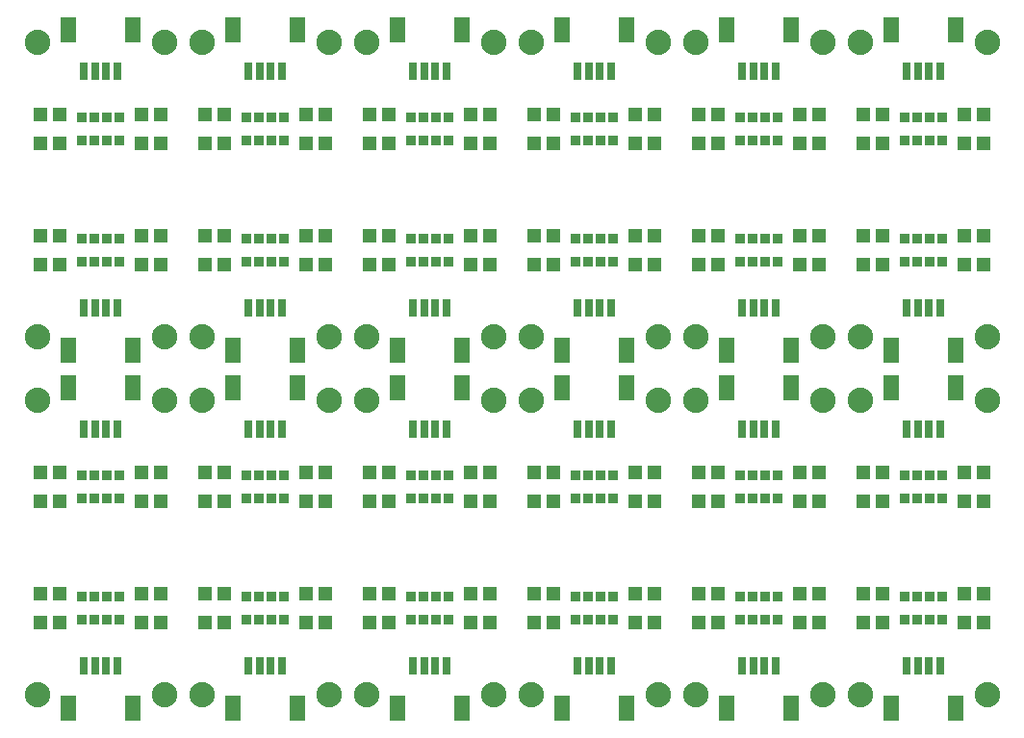
<source format=gts>
G75*
%MOIN*%
%OFA0B0*%
%FSLAX25Y25*%
%IPPOS*%
%LPD*%
%AMOC8*
5,1,8,0,0,1.08239X$1,22.5*
%
%ADD10R,0.05131X0.04737*%
%ADD11R,0.03654X0.03556*%
%ADD12C,0.08800*%
%ADD13R,0.05524X0.08674*%
%ADD14R,0.03162X0.06115*%
D10*
X0038154Y0095167D03*
X0044846Y0095167D03*
X0044846Y0105167D03*
X0038154Y0105167D03*
X0038154Y0137167D03*
X0044846Y0137167D03*
X0044846Y0147167D03*
X0038154Y0147167D03*
X0073154Y0147167D03*
X0079846Y0147167D03*
X0079846Y0137167D03*
X0073154Y0137167D03*
X0095154Y0137167D03*
X0101846Y0137167D03*
X0101846Y0147167D03*
X0095154Y0147167D03*
X0130154Y0147167D03*
X0136846Y0147167D03*
X0136846Y0137167D03*
X0130154Y0137167D03*
X0152154Y0137167D03*
X0158846Y0137167D03*
X0158846Y0147167D03*
X0152154Y0147167D03*
X0187154Y0147167D03*
X0193846Y0147167D03*
X0193846Y0137167D03*
X0187154Y0137167D03*
X0209154Y0137167D03*
X0215846Y0137167D03*
X0215846Y0147167D03*
X0209154Y0147167D03*
X0244154Y0147167D03*
X0250846Y0147167D03*
X0250846Y0137167D03*
X0244154Y0137167D03*
X0266154Y0137167D03*
X0272846Y0137167D03*
X0272846Y0147167D03*
X0266154Y0147167D03*
X0301154Y0147167D03*
X0307846Y0147167D03*
X0307846Y0137167D03*
X0301154Y0137167D03*
X0323154Y0137167D03*
X0329846Y0137167D03*
X0329846Y0147167D03*
X0323154Y0147167D03*
X0358154Y0147167D03*
X0364846Y0147167D03*
X0364846Y0137167D03*
X0358154Y0137167D03*
X0358154Y0105167D03*
X0364846Y0105167D03*
X0364846Y0095167D03*
X0358154Y0095167D03*
X0329846Y0095167D03*
X0323154Y0095167D03*
X0323154Y0105167D03*
X0329846Y0105167D03*
X0307846Y0105167D03*
X0301154Y0105167D03*
X0301154Y0095167D03*
X0307846Y0095167D03*
X0272846Y0095167D03*
X0266154Y0095167D03*
X0266154Y0105167D03*
X0272846Y0105167D03*
X0250846Y0105167D03*
X0244154Y0105167D03*
X0244154Y0095167D03*
X0250846Y0095167D03*
X0215846Y0095167D03*
X0209154Y0095167D03*
X0209154Y0105167D03*
X0215846Y0105167D03*
X0193846Y0105167D03*
X0187154Y0105167D03*
X0187154Y0095167D03*
X0193846Y0095167D03*
X0158846Y0095167D03*
X0152154Y0095167D03*
X0152154Y0105167D03*
X0158846Y0105167D03*
X0136846Y0105167D03*
X0130154Y0105167D03*
X0130154Y0095167D03*
X0136846Y0095167D03*
X0101846Y0095167D03*
X0095154Y0095167D03*
X0095154Y0105167D03*
X0101846Y0105167D03*
X0079846Y0105167D03*
X0073154Y0105167D03*
X0073154Y0095167D03*
X0079846Y0095167D03*
X0079846Y0219167D03*
X0073154Y0219167D03*
X0073154Y0229167D03*
X0079846Y0229167D03*
X0095154Y0229167D03*
X0101846Y0229167D03*
X0101846Y0219167D03*
X0095154Y0219167D03*
X0130154Y0219167D03*
X0136846Y0219167D03*
X0136846Y0229167D03*
X0130154Y0229167D03*
X0152154Y0229167D03*
X0158846Y0229167D03*
X0158846Y0219167D03*
X0152154Y0219167D03*
X0187154Y0219167D03*
X0193846Y0219167D03*
X0193846Y0229167D03*
X0187154Y0229167D03*
X0209154Y0229167D03*
X0215846Y0229167D03*
X0215846Y0219167D03*
X0209154Y0219167D03*
X0244154Y0219167D03*
X0250846Y0219167D03*
X0250846Y0229167D03*
X0244154Y0229167D03*
X0266154Y0229167D03*
X0272846Y0229167D03*
X0272846Y0219167D03*
X0266154Y0219167D03*
X0301154Y0219167D03*
X0307846Y0219167D03*
X0307846Y0229167D03*
X0301154Y0229167D03*
X0323154Y0229167D03*
X0329846Y0229167D03*
X0329846Y0219167D03*
X0323154Y0219167D03*
X0358154Y0219167D03*
X0364846Y0219167D03*
X0364846Y0229167D03*
X0358154Y0229167D03*
X0358154Y0261167D03*
X0364846Y0261167D03*
X0364846Y0271167D03*
X0358154Y0271167D03*
X0329846Y0271167D03*
X0323154Y0271167D03*
X0323154Y0261167D03*
X0329846Y0261167D03*
X0307846Y0261167D03*
X0301154Y0261167D03*
X0301154Y0271167D03*
X0307846Y0271167D03*
X0272846Y0271167D03*
X0266154Y0271167D03*
X0266154Y0261167D03*
X0272846Y0261167D03*
X0250846Y0261167D03*
X0244154Y0261167D03*
X0244154Y0271167D03*
X0250846Y0271167D03*
X0215846Y0271167D03*
X0209154Y0271167D03*
X0209154Y0261167D03*
X0215846Y0261167D03*
X0193846Y0261167D03*
X0187154Y0261167D03*
X0187154Y0271167D03*
X0193846Y0271167D03*
X0158846Y0271167D03*
X0152154Y0271167D03*
X0152154Y0261167D03*
X0158846Y0261167D03*
X0136846Y0261167D03*
X0130154Y0261167D03*
X0130154Y0271167D03*
X0136846Y0271167D03*
X0101846Y0271167D03*
X0095154Y0271167D03*
X0095154Y0261167D03*
X0101846Y0261167D03*
X0079846Y0261167D03*
X0073154Y0261167D03*
X0073154Y0271167D03*
X0079846Y0271167D03*
X0044846Y0271167D03*
X0038154Y0271167D03*
X0038154Y0261167D03*
X0044846Y0261167D03*
X0044846Y0229167D03*
X0038154Y0229167D03*
X0038154Y0219167D03*
X0044846Y0219167D03*
D11*
X0052652Y0220230D03*
X0056884Y0220230D03*
X0061116Y0220230D03*
X0065348Y0220230D03*
X0065348Y0228104D03*
X0061116Y0228104D03*
X0056884Y0228104D03*
X0052652Y0228104D03*
X0052652Y0262230D03*
X0056884Y0262230D03*
X0061116Y0262230D03*
X0065348Y0262230D03*
X0065348Y0270104D03*
X0061116Y0270104D03*
X0056884Y0270104D03*
X0052652Y0270104D03*
X0109652Y0270104D03*
X0113884Y0270104D03*
X0118116Y0270104D03*
X0122348Y0270104D03*
X0122348Y0262230D03*
X0118116Y0262230D03*
X0113884Y0262230D03*
X0109652Y0262230D03*
X0109652Y0228104D03*
X0113884Y0228104D03*
X0118116Y0228104D03*
X0122348Y0228104D03*
X0122348Y0220230D03*
X0118116Y0220230D03*
X0113884Y0220230D03*
X0109652Y0220230D03*
X0166652Y0220230D03*
X0170884Y0220230D03*
X0175116Y0220230D03*
X0179348Y0220230D03*
X0179348Y0228104D03*
X0175116Y0228104D03*
X0170884Y0228104D03*
X0166652Y0228104D03*
X0166652Y0262230D03*
X0170884Y0262230D03*
X0175116Y0262230D03*
X0179348Y0262230D03*
X0179348Y0270104D03*
X0175116Y0270104D03*
X0170884Y0270104D03*
X0166652Y0270104D03*
X0223652Y0270104D03*
X0227884Y0270104D03*
X0232116Y0270104D03*
X0236348Y0270104D03*
X0236348Y0262230D03*
X0232116Y0262230D03*
X0227884Y0262230D03*
X0223652Y0262230D03*
X0223652Y0228104D03*
X0227884Y0228104D03*
X0232116Y0228104D03*
X0236348Y0228104D03*
X0236348Y0220230D03*
X0232116Y0220230D03*
X0227884Y0220230D03*
X0223652Y0220230D03*
X0280652Y0220230D03*
X0284884Y0220230D03*
X0289116Y0220230D03*
X0293348Y0220230D03*
X0293348Y0228104D03*
X0289116Y0228104D03*
X0284884Y0228104D03*
X0280652Y0228104D03*
X0280652Y0262230D03*
X0284884Y0262230D03*
X0289116Y0262230D03*
X0293348Y0262230D03*
X0293348Y0270104D03*
X0289116Y0270104D03*
X0284884Y0270104D03*
X0280652Y0270104D03*
X0337652Y0270104D03*
X0341884Y0270104D03*
X0346116Y0270104D03*
X0350348Y0270104D03*
X0350348Y0262230D03*
X0346116Y0262230D03*
X0341884Y0262230D03*
X0337652Y0262230D03*
X0337652Y0228104D03*
X0341884Y0228104D03*
X0346116Y0228104D03*
X0350348Y0228104D03*
X0350348Y0220230D03*
X0346116Y0220230D03*
X0341884Y0220230D03*
X0337652Y0220230D03*
X0337652Y0146104D03*
X0341884Y0146104D03*
X0346116Y0146104D03*
X0350348Y0146104D03*
X0350348Y0138230D03*
X0346116Y0138230D03*
X0341884Y0138230D03*
X0337652Y0138230D03*
X0337652Y0104104D03*
X0341884Y0104104D03*
X0346116Y0104104D03*
X0350348Y0104104D03*
X0350348Y0096230D03*
X0346116Y0096230D03*
X0341884Y0096230D03*
X0337652Y0096230D03*
X0293348Y0096230D03*
X0289116Y0096230D03*
X0284884Y0096230D03*
X0280652Y0096230D03*
X0280652Y0104104D03*
X0284884Y0104104D03*
X0289116Y0104104D03*
X0293348Y0104104D03*
X0293348Y0138230D03*
X0289116Y0138230D03*
X0284884Y0138230D03*
X0280652Y0138230D03*
X0280652Y0146104D03*
X0284884Y0146104D03*
X0289116Y0146104D03*
X0293348Y0146104D03*
X0236348Y0146104D03*
X0232116Y0146104D03*
X0227884Y0146104D03*
X0223652Y0146104D03*
X0223652Y0138230D03*
X0227884Y0138230D03*
X0232116Y0138230D03*
X0236348Y0138230D03*
X0236348Y0104104D03*
X0232116Y0104104D03*
X0227884Y0104104D03*
X0223652Y0104104D03*
X0223652Y0096230D03*
X0227884Y0096230D03*
X0232116Y0096230D03*
X0236348Y0096230D03*
X0179348Y0096230D03*
X0175116Y0096230D03*
X0170884Y0096230D03*
X0166652Y0096230D03*
X0166652Y0104104D03*
X0170884Y0104104D03*
X0175116Y0104104D03*
X0179348Y0104104D03*
X0179348Y0138230D03*
X0175116Y0138230D03*
X0170884Y0138230D03*
X0166652Y0138230D03*
X0166652Y0146104D03*
X0170884Y0146104D03*
X0175116Y0146104D03*
X0179348Y0146104D03*
X0122348Y0146104D03*
X0118116Y0146104D03*
X0113884Y0146104D03*
X0109652Y0146104D03*
X0109652Y0138230D03*
X0113884Y0138230D03*
X0118116Y0138230D03*
X0122348Y0138230D03*
X0122348Y0104104D03*
X0118116Y0104104D03*
X0113884Y0104104D03*
X0109652Y0104104D03*
X0109652Y0096230D03*
X0113884Y0096230D03*
X0118116Y0096230D03*
X0122348Y0096230D03*
X0065348Y0096230D03*
X0061116Y0096230D03*
X0056884Y0096230D03*
X0052652Y0096230D03*
X0052652Y0104104D03*
X0056884Y0104104D03*
X0061116Y0104104D03*
X0065348Y0104104D03*
X0065348Y0138230D03*
X0061116Y0138230D03*
X0056884Y0138230D03*
X0052652Y0138230D03*
X0052652Y0146104D03*
X0056884Y0146104D03*
X0061116Y0146104D03*
X0065348Y0146104D03*
D12*
X0081000Y0172167D03*
X0094000Y0172167D03*
X0094000Y0194167D03*
X0081000Y0194167D03*
X0037000Y0194167D03*
X0037000Y0172167D03*
X0138000Y0172167D03*
X0151000Y0172167D03*
X0151000Y0194167D03*
X0138000Y0194167D03*
X0195000Y0194167D03*
X0208000Y0194167D03*
X0208000Y0172167D03*
X0195000Y0172167D03*
X0252000Y0172167D03*
X0265000Y0172167D03*
X0265000Y0194167D03*
X0252000Y0194167D03*
X0309000Y0194167D03*
X0322000Y0194167D03*
X0322000Y0172167D03*
X0309000Y0172167D03*
X0366000Y0172167D03*
X0366000Y0194167D03*
X0366000Y0296167D03*
X0322000Y0296167D03*
X0309000Y0296167D03*
X0265000Y0296167D03*
X0252000Y0296167D03*
X0208000Y0296167D03*
X0195000Y0296167D03*
X0151000Y0296167D03*
X0138000Y0296167D03*
X0094000Y0296167D03*
X0081000Y0296167D03*
X0037000Y0296167D03*
X0037000Y0070167D03*
X0081000Y0070167D03*
X0094000Y0070167D03*
X0138000Y0070167D03*
X0151000Y0070167D03*
X0195000Y0070167D03*
X0208000Y0070167D03*
X0252000Y0070167D03*
X0265000Y0070167D03*
X0309000Y0070167D03*
X0322000Y0070167D03*
X0366000Y0070167D03*
D13*
X0047976Y0065698D03*
X0070024Y0065698D03*
X0104976Y0065698D03*
X0127024Y0065698D03*
X0161976Y0065698D03*
X0184024Y0065698D03*
X0218976Y0065698D03*
X0241024Y0065698D03*
X0275976Y0065698D03*
X0298024Y0065698D03*
X0332976Y0065698D03*
X0355024Y0065698D03*
X0355024Y0176635D03*
X0355024Y0189698D03*
X0332976Y0189698D03*
X0332976Y0176635D03*
X0298024Y0176635D03*
X0298024Y0189698D03*
X0275976Y0189698D03*
X0275976Y0176635D03*
X0241024Y0176635D03*
X0241024Y0189698D03*
X0218976Y0189698D03*
X0218976Y0176635D03*
X0184024Y0176635D03*
X0184024Y0189698D03*
X0161976Y0189698D03*
X0161976Y0176635D03*
X0127024Y0176635D03*
X0127024Y0189698D03*
X0104976Y0189698D03*
X0104976Y0176635D03*
X0070024Y0176635D03*
X0070024Y0189698D03*
X0047976Y0189698D03*
X0047976Y0176635D03*
X0047976Y0300635D03*
X0070024Y0300635D03*
X0104976Y0300635D03*
X0127024Y0300635D03*
X0161976Y0300635D03*
X0184024Y0300635D03*
X0218976Y0300635D03*
X0241024Y0300635D03*
X0275976Y0300635D03*
X0298024Y0300635D03*
X0332976Y0300635D03*
X0355024Y0300635D03*
D14*
X0349906Y0286167D03*
X0345969Y0286167D03*
X0342031Y0286167D03*
X0338094Y0286167D03*
X0292906Y0286167D03*
X0288969Y0286167D03*
X0285031Y0286167D03*
X0281094Y0286167D03*
X0235906Y0286167D03*
X0231969Y0286167D03*
X0228031Y0286167D03*
X0224094Y0286167D03*
X0178906Y0286167D03*
X0174969Y0286167D03*
X0171031Y0286167D03*
X0167094Y0286167D03*
X0121906Y0286167D03*
X0117969Y0286167D03*
X0114031Y0286167D03*
X0110094Y0286167D03*
X0064906Y0286167D03*
X0060969Y0286167D03*
X0057031Y0286167D03*
X0053094Y0286167D03*
X0053094Y0204167D03*
X0057031Y0204167D03*
X0060969Y0204167D03*
X0064906Y0204167D03*
X0064906Y0162167D03*
X0060969Y0162167D03*
X0057031Y0162167D03*
X0053094Y0162167D03*
X0110094Y0162167D03*
X0114031Y0162167D03*
X0117969Y0162167D03*
X0121906Y0162167D03*
X0167094Y0162167D03*
X0171031Y0162167D03*
X0174969Y0162167D03*
X0178906Y0162167D03*
X0224094Y0162167D03*
X0228031Y0162167D03*
X0231969Y0162167D03*
X0235906Y0162167D03*
X0281094Y0162167D03*
X0285031Y0162167D03*
X0288969Y0162167D03*
X0292906Y0162167D03*
X0338094Y0162167D03*
X0342031Y0162167D03*
X0345969Y0162167D03*
X0349906Y0162167D03*
X0349906Y0204167D03*
X0345969Y0204167D03*
X0342031Y0204167D03*
X0338094Y0204167D03*
X0292906Y0204167D03*
X0288969Y0204167D03*
X0285031Y0204167D03*
X0281094Y0204167D03*
X0235906Y0204167D03*
X0231969Y0204167D03*
X0228031Y0204167D03*
X0224094Y0204167D03*
X0178906Y0204167D03*
X0174969Y0204167D03*
X0171031Y0204167D03*
X0167094Y0204167D03*
X0121906Y0204167D03*
X0117969Y0204167D03*
X0114031Y0204167D03*
X0110094Y0204167D03*
X0110094Y0080167D03*
X0114031Y0080167D03*
X0117969Y0080167D03*
X0121906Y0080167D03*
X0167094Y0080167D03*
X0171031Y0080167D03*
X0174969Y0080167D03*
X0178906Y0080167D03*
X0224094Y0080167D03*
X0228031Y0080167D03*
X0231969Y0080167D03*
X0235906Y0080167D03*
X0281094Y0080167D03*
X0285031Y0080167D03*
X0288969Y0080167D03*
X0292906Y0080167D03*
X0338094Y0080167D03*
X0342031Y0080167D03*
X0345969Y0080167D03*
X0349906Y0080167D03*
X0064906Y0080167D03*
X0060969Y0080167D03*
X0057031Y0080167D03*
X0053094Y0080167D03*
M02*

</source>
